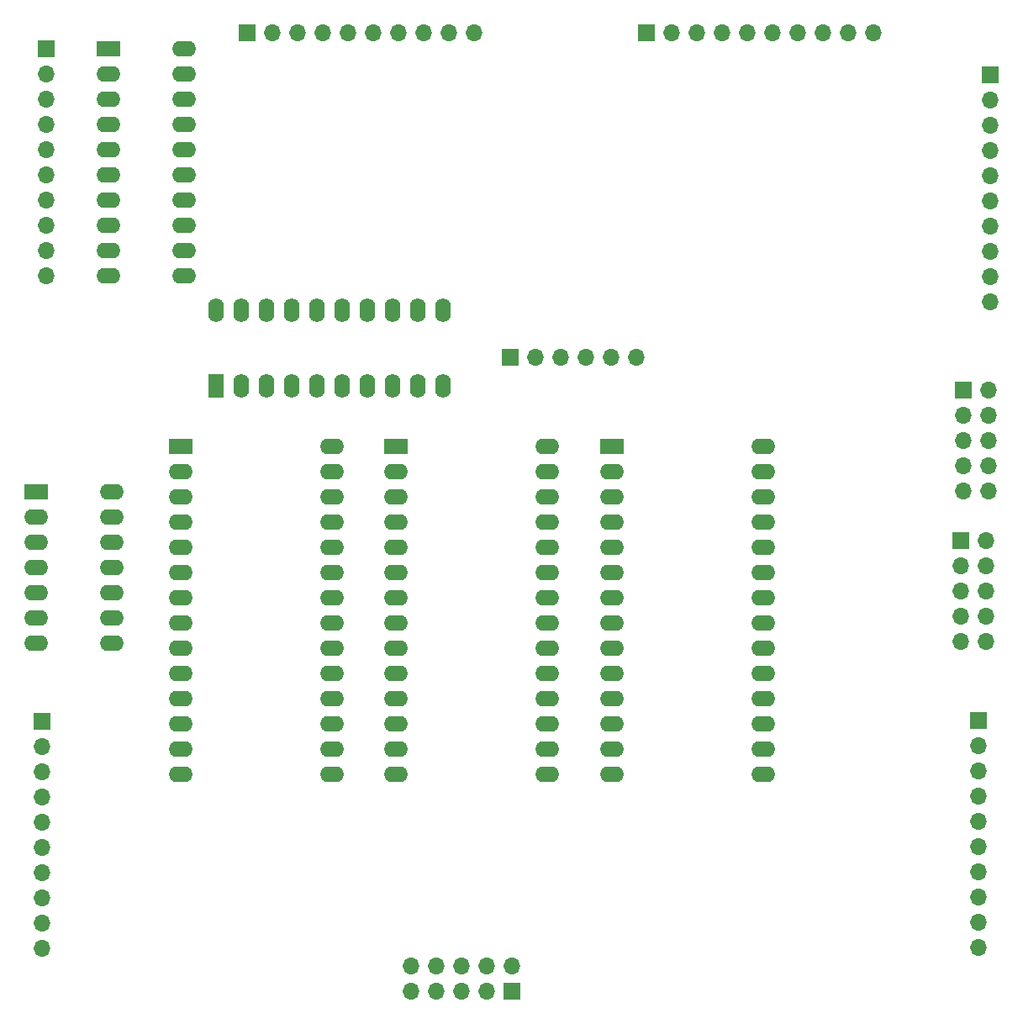
<source format=gbr>
%TF.GenerationSoftware,KiCad,Pcbnew,6.0.2+dfsg-1*%
%TF.CreationDate,2023-02-27T20:22:33-05:00*%
%TF.ProjectId,DatapathController,44617461-7061-4746-9843-6f6e74726f6c,rev?*%
%TF.SameCoordinates,Original*%
%TF.FileFunction,Soldermask,Bot*%
%TF.FilePolarity,Negative*%
%FSLAX46Y46*%
G04 Gerber Fmt 4.6, Leading zero omitted, Abs format (unit mm)*
G04 Created by KiCad (PCBNEW 6.0.2+dfsg-1) date 2023-02-27 20:22:33*
%MOMM*%
%LPD*%
G01*
G04 APERTURE LIST*
%ADD10R,1.700000X1.700000*%
%ADD11O,1.700000X1.700000*%
%ADD12R,2.400000X1.600000*%
%ADD13O,2.400000X1.600000*%
%ADD14R,1.600000X2.400000*%
%ADD15O,1.600000X2.400000*%
G04 APERTURE END LIST*
D10*
%TO.C,J7*%
X112485000Y-53925000D03*
D11*
X115025000Y-53925000D03*
X112485000Y-56465000D03*
X115025000Y-56465000D03*
X112485000Y-59005000D03*
X115025000Y-59005000D03*
X112485000Y-61545000D03*
X115025000Y-61545000D03*
X112485000Y-64085000D03*
X115025000Y-64085000D03*
%TD*%
D10*
%TO.C,J6*%
X112225000Y-69045000D03*
D11*
X114765000Y-69045000D03*
X112225000Y-71585000D03*
X114765000Y-71585000D03*
X112225000Y-74125000D03*
X114765000Y-74125000D03*
X112225000Y-76665000D03*
X114765000Y-76665000D03*
X112225000Y-79205000D03*
X114765000Y-79205000D03*
%TD*%
D12*
%TO.C,U6*%
X77055000Y-59535000D03*
D13*
X77055000Y-62075000D03*
X77055000Y-64615000D03*
X77055000Y-67155000D03*
X77055000Y-69695000D03*
X77055000Y-72235000D03*
X77055000Y-74775000D03*
X77055000Y-77315000D03*
X77055000Y-79855000D03*
X77055000Y-82395000D03*
X77055000Y-84935000D03*
X77055000Y-87475000D03*
X77055000Y-90015000D03*
X77055000Y-92555000D03*
X92295000Y-92555000D03*
X92295000Y-90015000D03*
X92295000Y-87475000D03*
X92295000Y-84935000D03*
X92295000Y-82395000D03*
X92295000Y-79855000D03*
X92295000Y-77315000D03*
X92295000Y-74775000D03*
X92295000Y-72235000D03*
X92295000Y-69695000D03*
X92295000Y-67155000D03*
X92295000Y-64615000D03*
X92295000Y-62075000D03*
X92295000Y-59535000D03*
%TD*%
D12*
%TO.C,U5*%
X33635000Y-59535000D03*
D13*
X33635000Y-62075000D03*
X33635000Y-64615000D03*
X33635000Y-67155000D03*
X33635000Y-69695000D03*
X33635000Y-72235000D03*
X33635000Y-74775000D03*
X33635000Y-77315000D03*
X33635000Y-79855000D03*
X33635000Y-82395000D03*
X33635000Y-84935000D03*
X33635000Y-87475000D03*
X33635000Y-90015000D03*
X33635000Y-92555000D03*
X48875000Y-92555000D03*
X48875000Y-90015000D03*
X48875000Y-87475000D03*
X48875000Y-84935000D03*
X48875000Y-82395000D03*
X48875000Y-79855000D03*
X48875000Y-77315000D03*
X48875000Y-74775000D03*
X48875000Y-72235000D03*
X48875000Y-69695000D03*
X48875000Y-67155000D03*
X48875000Y-64615000D03*
X48875000Y-62075000D03*
X48875000Y-59535000D03*
%TD*%
D12*
%TO.C,U4*%
X55345000Y-59535000D03*
D13*
X55345000Y-62075000D03*
X55345000Y-64615000D03*
X55345000Y-67155000D03*
X55345000Y-69695000D03*
X55345000Y-72235000D03*
X55345000Y-74775000D03*
X55345000Y-77315000D03*
X55345000Y-79855000D03*
X55345000Y-82395000D03*
X55345000Y-84935000D03*
X55345000Y-87475000D03*
X55345000Y-90015000D03*
X55345000Y-92555000D03*
X70585000Y-92555000D03*
X70585000Y-90015000D03*
X70585000Y-87475000D03*
X70585000Y-84935000D03*
X70585000Y-82395000D03*
X70585000Y-79855000D03*
X70585000Y-77315000D03*
X70585000Y-74775000D03*
X70585000Y-72235000D03*
X70585000Y-69695000D03*
X70585000Y-67155000D03*
X70585000Y-64615000D03*
X70585000Y-62075000D03*
X70585000Y-59535000D03*
%TD*%
D12*
%TO.C,U3*%
X26350000Y-19535000D03*
D13*
X26350000Y-22075000D03*
X26350000Y-24615000D03*
X26350000Y-27155000D03*
X26350000Y-29695000D03*
X26350000Y-32235000D03*
X26350000Y-34775000D03*
X26350000Y-37315000D03*
X26350000Y-39855000D03*
X26350000Y-42395000D03*
X33970000Y-42395000D03*
X33970000Y-39855000D03*
X33970000Y-37315000D03*
X33970000Y-34775000D03*
X33970000Y-32235000D03*
X33970000Y-29695000D03*
X33970000Y-27155000D03*
X33970000Y-24615000D03*
X33970000Y-22075000D03*
X33970000Y-19535000D03*
%TD*%
D14*
%TO.C,U2*%
X37205000Y-53500000D03*
D15*
X39745000Y-53500000D03*
X42285000Y-53500000D03*
X44825000Y-53500000D03*
X47365000Y-53500000D03*
X49905000Y-53500000D03*
X52445000Y-53500000D03*
X54985000Y-53500000D03*
X57525000Y-53500000D03*
X60065000Y-53500000D03*
X60065000Y-45880000D03*
X57525000Y-45880000D03*
X54985000Y-45880000D03*
X52445000Y-45880000D03*
X49905000Y-45880000D03*
X47365000Y-45880000D03*
X44825000Y-45880000D03*
X42285000Y-45880000D03*
X39745000Y-45880000D03*
X37205000Y-45880000D03*
%TD*%
D12*
%TO.C,U1*%
X19110000Y-64165000D03*
D13*
X19110000Y-66705000D03*
X19110000Y-69245000D03*
X19110000Y-71785000D03*
X19110000Y-74325000D03*
X19110000Y-76865000D03*
X19110000Y-79405000D03*
X26730000Y-79405000D03*
X26730000Y-76865000D03*
X26730000Y-74325000D03*
X26730000Y-71785000D03*
X26730000Y-69245000D03*
X26730000Y-66705000D03*
X26730000Y-64165000D03*
%TD*%
D10*
%TO.C,RD1*%
X115205000Y-22140000D03*
D11*
X115205000Y-24680000D03*
X115205000Y-27220000D03*
X115205000Y-29760000D03*
X115205000Y-32300000D03*
X115205000Y-34840000D03*
X115205000Y-37380000D03*
X115205000Y-39920000D03*
X115205000Y-42460000D03*
X115205000Y-45000000D03*
%TD*%
D10*
%TO.C,J8*%
X66850000Y-50600000D03*
D11*
X69390000Y-50600000D03*
X71930000Y-50600000D03*
X74470000Y-50600000D03*
X77010000Y-50600000D03*
X79550000Y-50600000D03*
%TD*%
D10*
%TO.C,J5*%
X67040000Y-114426500D03*
D11*
X67040000Y-111886500D03*
X64500000Y-114426500D03*
X64500000Y-111886500D03*
X61960000Y-114426500D03*
X61960000Y-111886500D03*
X59420000Y-114426500D03*
X59420000Y-111886500D03*
X56880000Y-114426500D03*
X56880000Y-111886500D03*
%TD*%
D10*
%TO.C,J4*%
X114045000Y-87140000D03*
D11*
X114045000Y-89680000D03*
X114045000Y-92220000D03*
X114045000Y-94760000D03*
X114045000Y-97300000D03*
X114045000Y-99840000D03*
X114045000Y-102380000D03*
X114045000Y-104920000D03*
X114045000Y-107460000D03*
X114045000Y-110000000D03*
%TD*%
D10*
%TO.C,J3*%
X19680000Y-87260000D03*
D11*
X19680000Y-89800000D03*
X19680000Y-92340000D03*
X19680000Y-94880000D03*
X19680000Y-97420000D03*
X19680000Y-99960000D03*
X19680000Y-102500000D03*
X19680000Y-105040000D03*
X19680000Y-107580000D03*
X19680000Y-110120000D03*
%TD*%
D10*
%TO.C,J2*%
X80550000Y-17910000D03*
D11*
X83090000Y-17910000D03*
X85630000Y-17910000D03*
X88170000Y-17910000D03*
X90710000Y-17910000D03*
X93250000Y-17910000D03*
X95790000Y-17910000D03*
X98330000Y-17910000D03*
X100870000Y-17910000D03*
X103410000Y-17910000D03*
%TD*%
D10*
%TO.C,J1*%
X40330000Y-17885000D03*
D11*
X42870000Y-17885000D03*
X45410000Y-17885000D03*
X47950000Y-17885000D03*
X50490000Y-17885000D03*
X53030000Y-17885000D03*
X55570000Y-17885000D03*
X58110000Y-17885000D03*
X60650000Y-17885000D03*
X63190000Y-17885000D03*
%TD*%
D10*
%TO.C,IMM1*%
X20110000Y-19550000D03*
D11*
X20110000Y-22090000D03*
X20110000Y-24630000D03*
X20110000Y-27170000D03*
X20110000Y-29710000D03*
X20110000Y-32250000D03*
X20110000Y-34790000D03*
X20110000Y-37330000D03*
X20110000Y-39870000D03*
X20110000Y-42410000D03*
%TD*%
M02*

</source>
